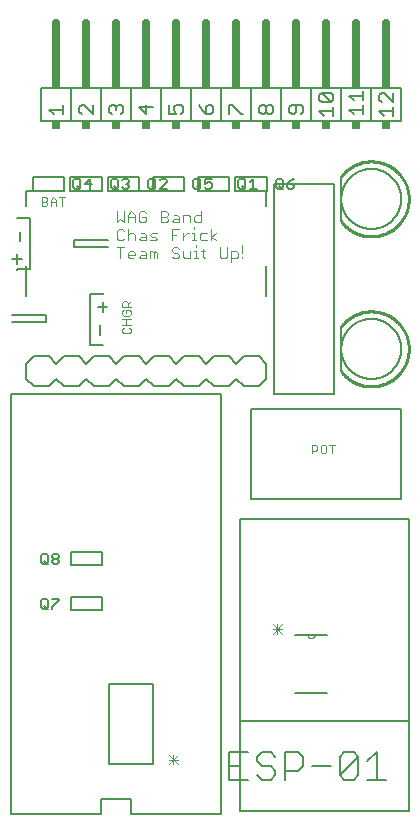
<source format=gto>
G75*
%MOIN*%
%OFA0B0*%
%FSLAX25Y25*%
%IPPOS*%
%LPD*%
%AMOC8*
5,1,8,0,0,1.08239X$1,22.5*
%
%ADD10C,0.00300*%
%ADD11C,0.00500*%
%ADD12C,0.00700*%
%ADD13C,0.00600*%
%ADD14C,0.00800*%
%ADD15C,0.01000*%
%ADD16C,0.02600*%
%ADD17R,0.02600X0.03000*%
%ADD18R,0.02600X0.02600*%
%ADD19C,0.00000*%
D10*
X0099454Y0085463D02*
X0102590Y0088599D01*
X0102590Y0087031D02*
X0099454Y0087031D01*
X0099454Y0088599D02*
X0102590Y0085463D01*
X0101022Y0085463D02*
X0101022Y0088599D01*
X0134090Y0129067D02*
X0137226Y0132203D01*
X0137226Y0130635D02*
X0134090Y0130635D01*
X0134090Y0132203D02*
X0137226Y0129067D01*
X0135658Y0129067D02*
X0135658Y0132203D01*
X0147090Y0189083D02*
X0147090Y0191986D01*
X0148541Y0191986D01*
X0149025Y0191502D01*
X0149025Y0190534D01*
X0148541Y0190051D01*
X0147090Y0190051D01*
X0150036Y0189567D02*
X0150036Y0191502D01*
X0150520Y0191986D01*
X0151487Y0191986D01*
X0151971Y0191502D01*
X0151971Y0189567D01*
X0151487Y0189083D01*
X0150520Y0189083D01*
X0150036Y0189567D01*
X0152983Y0191986D02*
X0154918Y0191986D01*
X0153950Y0191986D02*
X0153950Y0189083D01*
X0123832Y0254083D02*
X0123832Y0254700D01*
X0122618Y0254700D02*
X0122000Y0254083D01*
X0120149Y0254083D01*
X0120149Y0252849D02*
X0120149Y0256552D01*
X0122000Y0256552D01*
X0122618Y0255935D01*
X0122618Y0254700D01*
X0123832Y0255935D02*
X0123832Y0258403D01*
X0118934Y0257786D02*
X0118934Y0254700D01*
X0118317Y0254083D01*
X0117083Y0254083D01*
X0116466Y0254700D01*
X0116466Y0257786D01*
X0115248Y0260083D02*
X0113396Y0261317D01*
X0115248Y0262552D01*
X0113396Y0263786D02*
X0113396Y0260083D01*
X0112182Y0260083D02*
X0110330Y0260083D01*
X0109713Y0260700D01*
X0109713Y0261935D01*
X0110330Y0262552D01*
X0112182Y0262552D01*
X0110340Y0266083D02*
X0108489Y0266083D01*
X0107872Y0266700D01*
X0107872Y0267935D01*
X0108489Y0268552D01*
X0110340Y0268552D01*
X0110340Y0269786D02*
X0110340Y0266083D01*
X0107875Y0264403D02*
X0107875Y0263786D01*
X0107875Y0262552D02*
X0107875Y0260083D01*
X0107258Y0260083D02*
X0108492Y0260083D01*
X0108489Y0258403D02*
X0108489Y0257786D01*
X0108489Y0256552D02*
X0107872Y0256552D01*
X0108489Y0256552D02*
X0108489Y0254083D01*
X0107872Y0254083D02*
X0109106Y0254083D01*
X0110944Y0254700D02*
X0111561Y0254083D01*
X0110944Y0254700D02*
X0110944Y0257169D01*
X0110327Y0256552D02*
X0111561Y0256552D01*
X0106657Y0256552D02*
X0106657Y0254083D01*
X0104806Y0254083D01*
X0104189Y0254700D01*
X0104189Y0256552D01*
X0102974Y0257169D02*
X0102357Y0257786D01*
X0101123Y0257786D01*
X0100505Y0257169D01*
X0100505Y0256552D01*
X0101123Y0255935D01*
X0102357Y0255935D01*
X0102974Y0255317D01*
X0102974Y0254700D01*
X0102357Y0254083D01*
X0101123Y0254083D01*
X0100505Y0254700D01*
X0100505Y0260083D02*
X0100505Y0263786D01*
X0102974Y0263786D01*
X0104189Y0262552D02*
X0104189Y0260083D01*
X0104189Y0261317D02*
X0105423Y0262552D01*
X0106040Y0262552D01*
X0107258Y0262552D02*
X0107875Y0262552D01*
X0106657Y0266083D02*
X0106657Y0267935D01*
X0106040Y0268552D01*
X0104189Y0268552D01*
X0104189Y0266083D01*
X0102974Y0266083D02*
X0101123Y0266083D01*
X0100505Y0266700D01*
X0101123Y0267317D01*
X0102974Y0267317D01*
X0102974Y0267935D02*
X0102974Y0266083D01*
X0102974Y0267935D02*
X0102357Y0268552D01*
X0101123Y0268552D01*
X0099291Y0268552D02*
X0098674Y0267935D01*
X0096822Y0267935D01*
X0096822Y0269786D02*
X0098674Y0269786D01*
X0099291Y0269169D01*
X0099291Y0268552D01*
X0098674Y0267935D02*
X0099291Y0267317D01*
X0099291Y0266700D01*
X0098674Y0266083D01*
X0096822Y0266083D01*
X0096822Y0269786D01*
X0091925Y0269169D02*
X0091308Y0269786D01*
X0090073Y0269786D01*
X0089456Y0269169D01*
X0089456Y0266700D01*
X0090073Y0266083D01*
X0091308Y0266083D01*
X0091925Y0266700D01*
X0091925Y0267935D01*
X0090690Y0267935D01*
X0088242Y0267935D02*
X0085773Y0267935D01*
X0085773Y0268552D02*
X0087007Y0269786D01*
X0088242Y0268552D01*
X0088242Y0266083D01*
X0085773Y0266083D02*
X0085773Y0268552D01*
X0084558Y0269786D02*
X0084558Y0266083D01*
X0083324Y0267317D01*
X0082090Y0266083D01*
X0082090Y0269786D01*
X0082707Y0263786D02*
X0082090Y0263169D01*
X0082090Y0260700D01*
X0082707Y0260083D01*
X0083941Y0260083D01*
X0084558Y0260700D01*
X0085773Y0260083D02*
X0085773Y0263786D01*
X0084558Y0263169D02*
X0083941Y0263786D01*
X0082707Y0263786D01*
X0083324Y0257786D02*
X0083324Y0254083D01*
X0085773Y0254700D02*
X0085773Y0255935D01*
X0086390Y0256552D01*
X0087624Y0256552D01*
X0088242Y0255935D01*
X0088242Y0255317D01*
X0085773Y0255317D01*
X0085773Y0254700D02*
X0086390Y0254083D01*
X0087624Y0254083D01*
X0089456Y0254700D02*
X0090073Y0255317D01*
X0091925Y0255317D01*
X0091925Y0255935D02*
X0091925Y0254083D01*
X0090073Y0254083D01*
X0089456Y0254700D01*
X0090073Y0256552D02*
X0091308Y0256552D01*
X0091925Y0255935D01*
X0093139Y0256552D02*
X0093139Y0254083D01*
X0094373Y0254083D02*
X0094373Y0255935D01*
X0094991Y0256552D01*
X0095608Y0255935D01*
X0095608Y0254083D01*
X0094373Y0255935D02*
X0093756Y0256552D01*
X0093139Y0256552D01*
X0093139Y0260083D02*
X0094991Y0260083D01*
X0095608Y0260700D01*
X0094991Y0261317D01*
X0093756Y0261317D01*
X0093139Y0261935D01*
X0093756Y0262552D01*
X0095608Y0262552D01*
X0091925Y0261935D02*
X0091925Y0260083D01*
X0090073Y0260083D01*
X0089456Y0260700D01*
X0090073Y0261317D01*
X0091925Y0261317D01*
X0091925Y0261935D02*
X0091308Y0262552D01*
X0090073Y0262552D01*
X0088242Y0261935D02*
X0088242Y0260083D01*
X0088242Y0261935D02*
X0087624Y0262552D01*
X0086390Y0262552D01*
X0085773Y0261935D01*
X0084558Y0257786D02*
X0082090Y0257786D01*
X0084371Y0239858D02*
X0085338Y0239858D01*
X0085822Y0239374D01*
X0085822Y0237923D01*
X0085822Y0238890D02*
X0086790Y0239858D01*
X0086790Y0237923D02*
X0083887Y0237923D01*
X0083887Y0239374D01*
X0084371Y0239858D01*
X0084371Y0236911D02*
X0083887Y0236427D01*
X0083887Y0235460D01*
X0084371Y0234976D01*
X0086306Y0234976D01*
X0086790Y0235460D01*
X0086790Y0236427D01*
X0086306Y0236911D01*
X0085338Y0236911D01*
X0085338Y0235944D01*
X0085338Y0233965D02*
X0085338Y0232030D01*
X0084371Y0231018D02*
X0083887Y0230534D01*
X0083887Y0229567D01*
X0084371Y0229083D01*
X0086306Y0229083D01*
X0086790Y0229567D01*
X0086790Y0230534D01*
X0086306Y0231018D01*
X0086790Y0232030D02*
X0083887Y0232030D01*
X0083887Y0233965D02*
X0086790Y0233965D01*
X0100505Y0261935D02*
X0101740Y0261935D01*
X0064918Y0274486D02*
X0062983Y0274486D01*
X0063950Y0274486D02*
X0063950Y0271583D01*
X0061971Y0271583D02*
X0061971Y0273518D01*
X0061004Y0274486D01*
X0060036Y0273518D01*
X0060036Y0271583D01*
X0059025Y0272067D02*
X0058541Y0271583D01*
X0057090Y0271583D01*
X0057090Y0274486D01*
X0058541Y0274486D01*
X0059025Y0274002D01*
X0059025Y0273518D01*
X0058541Y0273034D01*
X0057090Y0273034D01*
X0058541Y0273034D02*
X0059025Y0272551D01*
X0059025Y0272067D01*
X0060036Y0273034D02*
X0061971Y0273034D01*
D11*
X0056940Y0276433D02*
X0051940Y0276433D01*
X0051940Y0271433D01*
X0053259Y0267594D02*
X0048928Y0267594D01*
X0053259Y0267594D02*
X0053259Y0250665D01*
X0048928Y0250665D01*
X0048928Y0250272D01*
X0047137Y0235114D02*
X0058554Y0235114D01*
X0058554Y0232752D01*
X0047137Y0232752D01*
X0067825Y0257752D02*
X0079243Y0257752D01*
X0079243Y0260114D02*
X0067825Y0260114D01*
X0067825Y0257752D01*
X0073121Y0242201D02*
X0077451Y0242201D01*
X0077451Y0242594D01*
X0073121Y0242201D02*
X0073121Y0225272D01*
X0077451Y0225272D01*
X0080773Y0277183D02*
X0080190Y0277767D01*
X0080190Y0280102D01*
X0080773Y0280686D01*
X0081941Y0280686D01*
X0082525Y0280102D01*
X0082525Y0277767D01*
X0081941Y0277183D01*
X0080773Y0277183D01*
X0081357Y0278351D02*
X0082525Y0277183D01*
X0083873Y0277767D02*
X0084457Y0277183D01*
X0085624Y0277183D01*
X0086208Y0277767D01*
X0086208Y0278351D01*
X0085624Y0278935D01*
X0085040Y0278935D01*
X0085624Y0278935D02*
X0086208Y0279518D01*
X0086208Y0280102D01*
X0085624Y0280686D01*
X0084457Y0280686D01*
X0083873Y0280102D01*
X0086940Y0276433D02*
X0096940Y0276433D01*
X0096373Y0277183D02*
X0098708Y0279518D01*
X0098708Y0280102D01*
X0098124Y0280686D01*
X0096957Y0280686D01*
X0096373Y0280102D01*
X0095025Y0280102D02*
X0095025Y0277767D01*
X0094441Y0277183D01*
X0093273Y0277183D01*
X0092690Y0277767D01*
X0092690Y0280102D01*
X0093273Y0280686D01*
X0094441Y0280686D01*
X0095025Y0280102D01*
X0093857Y0278351D02*
X0095025Y0277183D01*
X0096373Y0277183D02*
X0098708Y0277183D01*
X0107690Y0277767D02*
X0108273Y0277183D01*
X0109441Y0277183D01*
X0110025Y0277767D01*
X0110025Y0280102D01*
X0109441Y0280686D01*
X0108273Y0280686D01*
X0107690Y0280102D01*
X0107690Y0277767D01*
X0108857Y0278351D02*
X0110025Y0277183D01*
X0111373Y0277767D02*
X0111957Y0277183D01*
X0113124Y0277183D01*
X0113708Y0277767D01*
X0113708Y0278935D01*
X0113124Y0279518D01*
X0112540Y0279518D01*
X0111373Y0278935D01*
X0111373Y0280686D01*
X0113708Y0280686D01*
X0122690Y0280102D02*
X0122690Y0277767D01*
X0123273Y0277183D01*
X0124441Y0277183D01*
X0125025Y0277767D01*
X0125025Y0280102D01*
X0124441Y0280686D01*
X0123273Y0280686D01*
X0122690Y0280102D01*
X0123857Y0278351D02*
X0125025Y0277183D01*
X0126373Y0277183D02*
X0128708Y0277183D01*
X0127540Y0277183D02*
X0127540Y0280686D01*
X0126373Y0279518D01*
X0134440Y0278933D02*
X0134440Y0208933D01*
X0154440Y0208933D01*
X0154440Y0278933D01*
X0134440Y0278933D01*
X0135190Y0277767D02*
X0135190Y0280102D01*
X0135773Y0280686D01*
X0136941Y0280686D01*
X0137525Y0280102D01*
X0137525Y0277767D01*
X0136941Y0277183D01*
X0135773Y0277183D01*
X0135190Y0277767D01*
X0136357Y0278351D02*
X0137525Y0277183D01*
X0138873Y0277767D02*
X0138873Y0278935D01*
X0140624Y0278935D01*
X0141208Y0278351D01*
X0141208Y0277767D01*
X0140624Y0277183D01*
X0139457Y0277183D01*
X0138873Y0277767D01*
X0138873Y0278935D02*
X0140040Y0280102D01*
X0141208Y0280686D01*
X0141187Y0302183D02*
X0140436Y0302183D01*
X0139686Y0302934D01*
X0139686Y0304435D01*
X0140436Y0305186D01*
X0143439Y0305186D01*
X0144190Y0304435D01*
X0144190Y0302934D01*
X0143439Y0302183D01*
X0141938Y0302934D02*
X0141938Y0305186D01*
X0141938Y0302934D02*
X0141187Y0302183D01*
X0134190Y0302934D02*
X0133439Y0302183D01*
X0132688Y0302183D01*
X0131938Y0302934D01*
X0131938Y0304435D01*
X0132688Y0305186D01*
X0133439Y0305186D01*
X0134190Y0304435D01*
X0134190Y0302934D01*
X0131938Y0302934D02*
X0131187Y0302183D01*
X0130436Y0302183D01*
X0129686Y0302934D01*
X0129686Y0304435D01*
X0130436Y0305186D01*
X0131187Y0305186D01*
X0131938Y0304435D01*
X0124190Y0302183D02*
X0123439Y0302183D01*
X0120436Y0305186D01*
X0119686Y0305186D01*
X0119686Y0302183D01*
X0114190Y0302934D02*
X0114190Y0304435D01*
X0113439Y0305186D01*
X0112688Y0305186D01*
X0111938Y0304435D01*
X0111938Y0302183D01*
X0113439Y0302183D01*
X0114190Y0302934D01*
X0111938Y0302183D02*
X0110436Y0303684D01*
X0109686Y0305186D01*
X0104190Y0304435D02*
X0104190Y0302934D01*
X0103439Y0302183D01*
X0101938Y0302183D02*
X0101187Y0303684D01*
X0101187Y0304435D01*
X0101938Y0305186D01*
X0103439Y0305186D01*
X0104190Y0304435D01*
X0101938Y0302183D02*
X0099686Y0302183D01*
X0099686Y0305186D01*
X0094190Y0304435D02*
X0089686Y0304435D01*
X0091938Y0302183D01*
X0091938Y0305186D01*
X0084190Y0304435D02*
X0084190Y0302934D01*
X0083439Y0302183D01*
X0081938Y0303684D02*
X0081938Y0304435D01*
X0082688Y0305186D01*
X0083439Y0305186D01*
X0084190Y0304435D01*
X0081938Y0304435D02*
X0081187Y0305186D01*
X0080436Y0305186D01*
X0079686Y0304435D01*
X0079686Y0302934D01*
X0080436Y0302183D01*
X0074190Y0302183D02*
X0071187Y0305186D01*
X0070436Y0305186D01*
X0069686Y0304435D01*
X0069686Y0302934D01*
X0070436Y0302183D01*
X0074190Y0302183D02*
X0074190Y0305186D01*
X0064190Y0305186D02*
X0064190Y0302183D01*
X0064190Y0303684D02*
X0059686Y0303684D01*
X0061187Y0302183D01*
X0068273Y0280686D02*
X0067690Y0280102D01*
X0067690Y0277767D01*
X0068273Y0277183D01*
X0069441Y0277183D01*
X0070025Y0277767D01*
X0070025Y0280102D01*
X0069441Y0280686D01*
X0068273Y0280686D01*
X0068857Y0278351D02*
X0070025Y0277183D01*
X0071373Y0278935D02*
X0073708Y0278935D01*
X0073124Y0280686D02*
X0071373Y0278935D01*
X0073124Y0277183D02*
X0073124Y0280686D01*
X0126940Y0203933D02*
X0176940Y0203933D01*
X0176940Y0173933D01*
X0126940Y0173933D01*
X0126940Y0203933D01*
X0123249Y0167378D02*
X0123249Y0099878D01*
X0179499Y0099878D01*
X0179499Y0167378D01*
X0123249Y0167378D01*
X0123249Y0099878D02*
X0123249Y0069878D01*
X0179499Y0069878D01*
X0179499Y0099878D01*
X0062842Y0140102D02*
X0060507Y0137767D01*
X0060507Y0137183D01*
X0059159Y0137183D02*
X0057991Y0138351D01*
X0057407Y0137183D02*
X0056823Y0137767D01*
X0056823Y0140102D01*
X0057407Y0140686D01*
X0058575Y0140686D01*
X0059159Y0140102D01*
X0059159Y0137767D01*
X0058575Y0137183D01*
X0057407Y0137183D01*
X0060507Y0140686D02*
X0062842Y0140686D01*
X0062842Y0140102D01*
X0062258Y0152183D02*
X0061090Y0152183D01*
X0060507Y0152767D01*
X0060507Y0153351D01*
X0061090Y0153935D01*
X0062258Y0153935D01*
X0062842Y0153351D01*
X0062842Y0152767D01*
X0062258Y0152183D01*
X0062258Y0153935D02*
X0062842Y0154518D01*
X0062842Y0155102D01*
X0062258Y0155686D01*
X0061090Y0155686D01*
X0060507Y0155102D01*
X0060507Y0154518D01*
X0061090Y0153935D01*
X0059159Y0155102D02*
X0059159Y0152767D01*
X0058575Y0152183D01*
X0057407Y0152183D01*
X0056823Y0152767D01*
X0056823Y0155102D01*
X0057407Y0155686D01*
X0058575Y0155686D01*
X0059159Y0155102D01*
X0057991Y0153351D02*
X0059159Y0152183D01*
X0151187Y0301683D02*
X0149686Y0303184D01*
X0154190Y0303184D01*
X0154190Y0301683D02*
X0154190Y0304686D01*
X0153439Y0306287D02*
X0150436Y0309290D01*
X0153439Y0309290D01*
X0154190Y0308539D01*
X0154190Y0307038D01*
X0153439Y0306287D01*
X0150436Y0306287D01*
X0149686Y0307038D01*
X0149686Y0308539D01*
X0150436Y0309290D01*
X0159686Y0308288D02*
X0164190Y0308288D01*
X0164190Y0306787D02*
X0164190Y0309790D01*
X0161187Y0306787D02*
X0159686Y0308288D01*
X0159686Y0303684D02*
X0164190Y0303684D01*
X0164190Y0302183D02*
X0164190Y0305186D01*
X0161187Y0302183D02*
X0159686Y0303684D01*
X0169686Y0303184D02*
X0174190Y0303184D01*
X0174190Y0301683D02*
X0174190Y0304686D01*
X0174190Y0306287D02*
X0171187Y0309290D01*
X0170436Y0309290D01*
X0169686Y0308539D01*
X0169686Y0307038D01*
X0170436Y0306287D01*
X0169686Y0303184D02*
X0171187Y0301683D01*
X0174190Y0306287D02*
X0174190Y0309290D01*
D12*
X0079024Y0237831D02*
X0075755Y0237831D01*
X0077390Y0236196D02*
X0077390Y0239466D01*
X0076602Y0231927D02*
X0076602Y0228657D01*
X0050620Y0253848D02*
X0047351Y0253848D01*
X0048986Y0252213D02*
X0048986Y0255483D01*
X0049773Y0259753D02*
X0049773Y0263022D01*
D13*
X0051940Y0251433D02*
X0051940Y0241433D01*
X0054440Y0221433D02*
X0059440Y0221433D01*
X0061940Y0218933D01*
X0064440Y0221433D01*
X0069440Y0221433D01*
X0071940Y0218933D01*
X0074440Y0221433D01*
X0079440Y0221433D01*
X0081940Y0218933D01*
X0084440Y0221433D01*
X0089440Y0221433D01*
X0091940Y0218933D01*
X0094440Y0221433D01*
X0099440Y0221433D01*
X0101940Y0218933D01*
X0104440Y0221433D01*
X0109440Y0221433D01*
X0111940Y0218933D01*
X0114440Y0221433D01*
X0119440Y0221433D01*
X0121940Y0218933D01*
X0124440Y0221433D01*
X0129440Y0221433D01*
X0131940Y0218933D01*
X0131940Y0213933D01*
X0129440Y0211433D01*
X0124440Y0211433D01*
X0121940Y0213933D01*
X0119440Y0211433D01*
X0114440Y0211433D01*
X0111940Y0213933D01*
X0109440Y0211433D01*
X0104440Y0211433D01*
X0101940Y0213933D01*
X0099440Y0211433D01*
X0094440Y0211433D01*
X0091940Y0213933D01*
X0089440Y0211433D01*
X0084440Y0211433D01*
X0081940Y0213933D01*
X0079440Y0211433D01*
X0074440Y0211433D01*
X0071940Y0213933D01*
X0069440Y0211433D01*
X0064440Y0211433D01*
X0061940Y0213933D01*
X0059440Y0211433D01*
X0054440Y0211433D01*
X0051940Y0213933D01*
X0051940Y0218933D01*
X0054440Y0221433D01*
X0056940Y0299933D02*
X0056940Y0310933D01*
X0066940Y0310933D01*
X0076940Y0310933D01*
X0076940Y0299933D01*
X0066940Y0299933D01*
X0056940Y0299933D01*
X0066940Y0299933D02*
X0066940Y0310933D01*
X0076940Y0310933D02*
X0086940Y0310933D01*
X0096940Y0310933D01*
X0106940Y0310933D01*
X0106940Y0299933D01*
X0096940Y0299933D01*
X0086940Y0299933D01*
X0076940Y0299933D01*
X0086940Y0299933D02*
X0086940Y0310933D01*
X0096940Y0310933D02*
X0096940Y0299933D01*
X0106940Y0299933D02*
X0116940Y0299933D01*
X0126940Y0299933D01*
X0126940Y0310933D01*
X0116940Y0310933D01*
X0106940Y0310933D01*
X0116940Y0310933D02*
X0116940Y0299933D01*
X0126940Y0299933D02*
X0136940Y0299933D01*
X0136940Y0310933D01*
X0126940Y0310933D01*
X0136940Y0310933D02*
X0146940Y0310933D01*
X0156940Y0310933D01*
X0166940Y0310933D01*
X0176940Y0310933D01*
X0176940Y0299933D01*
X0166940Y0299933D01*
X0156940Y0299933D01*
X0146940Y0299933D01*
X0136940Y0299933D01*
X0146940Y0299933D02*
X0146940Y0310933D01*
X0156940Y0310933D02*
X0156940Y0299933D01*
X0166940Y0299933D02*
X0166940Y0310933D01*
X0156940Y0273933D02*
X0156943Y0274178D01*
X0156952Y0274424D01*
X0156967Y0274669D01*
X0156988Y0274913D01*
X0157015Y0275157D01*
X0157048Y0275400D01*
X0157087Y0275643D01*
X0157132Y0275884D01*
X0157183Y0276124D01*
X0157240Y0276363D01*
X0157302Y0276600D01*
X0157371Y0276836D01*
X0157445Y0277070D01*
X0157525Y0277302D01*
X0157610Y0277532D01*
X0157701Y0277760D01*
X0157798Y0277985D01*
X0157900Y0278209D01*
X0158008Y0278429D01*
X0158121Y0278647D01*
X0158239Y0278862D01*
X0158363Y0279074D01*
X0158491Y0279283D01*
X0158625Y0279489D01*
X0158764Y0279691D01*
X0158908Y0279890D01*
X0159057Y0280085D01*
X0159210Y0280277D01*
X0159368Y0280465D01*
X0159530Y0280649D01*
X0159698Y0280828D01*
X0159869Y0281004D01*
X0160045Y0281175D01*
X0160224Y0281343D01*
X0160408Y0281505D01*
X0160596Y0281663D01*
X0160788Y0281816D01*
X0160983Y0281965D01*
X0161182Y0282109D01*
X0161384Y0282248D01*
X0161590Y0282382D01*
X0161799Y0282510D01*
X0162011Y0282634D01*
X0162226Y0282752D01*
X0162444Y0282865D01*
X0162664Y0282973D01*
X0162888Y0283075D01*
X0163113Y0283172D01*
X0163341Y0283263D01*
X0163571Y0283348D01*
X0163803Y0283428D01*
X0164037Y0283502D01*
X0164273Y0283571D01*
X0164510Y0283633D01*
X0164749Y0283690D01*
X0164989Y0283741D01*
X0165230Y0283786D01*
X0165473Y0283825D01*
X0165716Y0283858D01*
X0165960Y0283885D01*
X0166204Y0283906D01*
X0166449Y0283921D01*
X0166695Y0283930D01*
X0166940Y0283933D01*
X0167185Y0283930D01*
X0167431Y0283921D01*
X0167676Y0283906D01*
X0167920Y0283885D01*
X0168164Y0283858D01*
X0168407Y0283825D01*
X0168650Y0283786D01*
X0168891Y0283741D01*
X0169131Y0283690D01*
X0169370Y0283633D01*
X0169607Y0283571D01*
X0169843Y0283502D01*
X0170077Y0283428D01*
X0170309Y0283348D01*
X0170539Y0283263D01*
X0170767Y0283172D01*
X0170992Y0283075D01*
X0171216Y0282973D01*
X0171436Y0282865D01*
X0171654Y0282752D01*
X0171869Y0282634D01*
X0172081Y0282510D01*
X0172290Y0282382D01*
X0172496Y0282248D01*
X0172698Y0282109D01*
X0172897Y0281965D01*
X0173092Y0281816D01*
X0173284Y0281663D01*
X0173472Y0281505D01*
X0173656Y0281343D01*
X0173835Y0281175D01*
X0174011Y0281004D01*
X0174182Y0280828D01*
X0174350Y0280649D01*
X0174512Y0280465D01*
X0174670Y0280277D01*
X0174823Y0280085D01*
X0174972Y0279890D01*
X0175116Y0279691D01*
X0175255Y0279489D01*
X0175389Y0279283D01*
X0175517Y0279074D01*
X0175641Y0278862D01*
X0175759Y0278647D01*
X0175872Y0278429D01*
X0175980Y0278209D01*
X0176082Y0277985D01*
X0176179Y0277760D01*
X0176270Y0277532D01*
X0176355Y0277302D01*
X0176435Y0277070D01*
X0176509Y0276836D01*
X0176578Y0276600D01*
X0176640Y0276363D01*
X0176697Y0276124D01*
X0176748Y0275884D01*
X0176793Y0275643D01*
X0176832Y0275400D01*
X0176865Y0275157D01*
X0176892Y0274913D01*
X0176913Y0274669D01*
X0176928Y0274424D01*
X0176937Y0274178D01*
X0176940Y0273933D01*
X0176937Y0273688D01*
X0176928Y0273442D01*
X0176913Y0273197D01*
X0176892Y0272953D01*
X0176865Y0272709D01*
X0176832Y0272466D01*
X0176793Y0272223D01*
X0176748Y0271982D01*
X0176697Y0271742D01*
X0176640Y0271503D01*
X0176578Y0271266D01*
X0176509Y0271030D01*
X0176435Y0270796D01*
X0176355Y0270564D01*
X0176270Y0270334D01*
X0176179Y0270106D01*
X0176082Y0269881D01*
X0175980Y0269657D01*
X0175872Y0269437D01*
X0175759Y0269219D01*
X0175641Y0269004D01*
X0175517Y0268792D01*
X0175389Y0268583D01*
X0175255Y0268377D01*
X0175116Y0268175D01*
X0174972Y0267976D01*
X0174823Y0267781D01*
X0174670Y0267589D01*
X0174512Y0267401D01*
X0174350Y0267217D01*
X0174182Y0267038D01*
X0174011Y0266862D01*
X0173835Y0266691D01*
X0173656Y0266523D01*
X0173472Y0266361D01*
X0173284Y0266203D01*
X0173092Y0266050D01*
X0172897Y0265901D01*
X0172698Y0265757D01*
X0172496Y0265618D01*
X0172290Y0265484D01*
X0172081Y0265356D01*
X0171869Y0265232D01*
X0171654Y0265114D01*
X0171436Y0265001D01*
X0171216Y0264893D01*
X0170992Y0264791D01*
X0170767Y0264694D01*
X0170539Y0264603D01*
X0170309Y0264518D01*
X0170077Y0264438D01*
X0169843Y0264364D01*
X0169607Y0264295D01*
X0169370Y0264233D01*
X0169131Y0264176D01*
X0168891Y0264125D01*
X0168650Y0264080D01*
X0168407Y0264041D01*
X0168164Y0264008D01*
X0167920Y0263981D01*
X0167676Y0263960D01*
X0167431Y0263945D01*
X0167185Y0263936D01*
X0166940Y0263933D01*
X0166695Y0263936D01*
X0166449Y0263945D01*
X0166204Y0263960D01*
X0165960Y0263981D01*
X0165716Y0264008D01*
X0165473Y0264041D01*
X0165230Y0264080D01*
X0164989Y0264125D01*
X0164749Y0264176D01*
X0164510Y0264233D01*
X0164273Y0264295D01*
X0164037Y0264364D01*
X0163803Y0264438D01*
X0163571Y0264518D01*
X0163341Y0264603D01*
X0163113Y0264694D01*
X0162888Y0264791D01*
X0162664Y0264893D01*
X0162444Y0265001D01*
X0162226Y0265114D01*
X0162011Y0265232D01*
X0161799Y0265356D01*
X0161590Y0265484D01*
X0161384Y0265618D01*
X0161182Y0265757D01*
X0160983Y0265901D01*
X0160788Y0266050D01*
X0160596Y0266203D01*
X0160408Y0266361D01*
X0160224Y0266523D01*
X0160045Y0266691D01*
X0159869Y0266862D01*
X0159698Y0267038D01*
X0159530Y0267217D01*
X0159368Y0267401D01*
X0159210Y0267589D01*
X0159057Y0267781D01*
X0158908Y0267976D01*
X0158764Y0268175D01*
X0158625Y0268377D01*
X0158491Y0268583D01*
X0158363Y0268792D01*
X0158239Y0269004D01*
X0158121Y0269219D01*
X0158008Y0269437D01*
X0157900Y0269657D01*
X0157798Y0269881D01*
X0157701Y0270106D01*
X0157610Y0270334D01*
X0157525Y0270564D01*
X0157445Y0270796D01*
X0157371Y0271030D01*
X0157302Y0271266D01*
X0157240Y0271503D01*
X0157183Y0271742D01*
X0157132Y0271982D01*
X0157087Y0272223D01*
X0157048Y0272466D01*
X0157015Y0272709D01*
X0156988Y0272953D01*
X0156967Y0273197D01*
X0156952Y0273442D01*
X0156943Y0273688D01*
X0156940Y0273933D01*
X0131940Y0271433D02*
X0131940Y0276433D01*
X0126940Y0276433D01*
X0131940Y0251433D02*
X0131940Y0241433D01*
X0156940Y0223933D02*
X0156943Y0224178D01*
X0156952Y0224424D01*
X0156967Y0224669D01*
X0156988Y0224913D01*
X0157015Y0225157D01*
X0157048Y0225400D01*
X0157087Y0225643D01*
X0157132Y0225884D01*
X0157183Y0226124D01*
X0157240Y0226363D01*
X0157302Y0226600D01*
X0157371Y0226836D01*
X0157445Y0227070D01*
X0157525Y0227302D01*
X0157610Y0227532D01*
X0157701Y0227760D01*
X0157798Y0227985D01*
X0157900Y0228209D01*
X0158008Y0228429D01*
X0158121Y0228647D01*
X0158239Y0228862D01*
X0158363Y0229074D01*
X0158491Y0229283D01*
X0158625Y0229489D01*
X0158764Y0229691D01*
X0158908Y0229890D01*
X0159057Y0230085D01*
X0159210Y0230277D01*
X0159368Y0230465D01*
X0159530Y0230649D01*
X0159698Y0230828D01*
X0159869Y0231004D01*
X0160045Y0231175D01*
X0160224Y0231343D01*
X0160408Y0231505D01*
X0160596Y0231663D01*
X0160788Y0231816D01*
X0160983Y0231965D01*
X0161182Y0232109D01*
X0161384Y0232248D01*
X0161590Y0232382D01*
X0161799Y0232510D01*
X0162011Y0232634D01*
X0162226Y0232752D01*
X0162444Y0232865D01*
X0162664Y0232973D01*
X0162888Y0233075D01*
X0163113Y0233172D01*
X0163341Y0233263D01*
X0163571Y0233348D01*
X0163803Y0233428D01*
X0164037Y0233502D01*
X0164273Y0233571D01*
X0164510Y0233633D01*
X0164749Y0233690D01*
X0164989Y0233741D01*
X0165230Y0233786D01*
X0165473Y0233825D01*
X0165716Y0233858D01*
X0165960Y0233885D01*
X0166204Y0233906D01*
X0166449Y0233921D01*
X0166695Y0233930D01*
X0166940Y0233933D01*
X0167185Y0233930D01*
X0167431Y0233921D01*
X0167676Y0233906D01*
X0167920Y0233885D01*
X0168164Y0233858D01*
X0168407Y0233825D01*
X0168650Y0233786D01*
X0168891Y0233741D01*
X0169131Y0233690D01*
X0169370Y0233633D01*
X0169607Y0233571D01*
X0169843Y0233502D01*
X0170077Y0233428D01*
X0170309Y0233348D01*
X0170539Y0233263D01*
X0170767Y0233172D01*
X0170992Y0233075D01*
X0171216Y0232973D01*
X0171436Y0232865D01*
X0171654Y0232752D01*
X0171869Y0232634D01*
X0172081Y0232510D01*
X0172290Y0232382D01*
X0172496Y0232248D01*
X0172698Y0232109D01*
X0172897Y0231965D01*
X0173092Y0231816D01*
X0173284Y0231663D01*
X0173472Y0231505D01*
X0173656Y0231343D01*
X0173835Y0231175D01*
X0174011Y0231004D01*
X0174182Y0230828D01*
X0174350Y0230649D01*
X0174512Y0230465D01*
X0174670Y0230277D01*
X0174823Y0230085D01*
X0174972Y0229890D01*
X0175116Y0229691D01*
X0175255Y0229489D01*
X0175389Y0229283D01*
X0175517Y0229074D01*
X0175641Y0228862D01*
X0175759Y0228647D01*
X0175872Y0228429D01*
X0175980Y0228209D01*
X0176082Y0227985D01*
X0176179Y0227760D01*
X0176270Y0227532D01*
X0176355Y0227302D01*
X0176435Y0227070D01*
X0176509Y0226836D01*
X0176578Y0226600D01*
X0176640Y0226363D01*
X0176697Y0226124D01*
X0176748Y0225884D01*
X0176793Y0225643D01*
X0176832Y0225400D01*
X0176865Y0225157D01*
X0176892Y0224913D01*
X0176913Y0224669D01*
X0176928Y0224424D01*
X0176937Y0224178D01*
X0176940Y0223933D01*
X0176937Y0223688D01*
X0176928Y0223442D01*
X0176913Y0223197D01*
X0176892Y0222953D01*
X0176865Y0222709D01*
X0176832Y0222466D01*
X0176793Y0222223D01*
X0176748Y0221982D01*
X0176697Y0221742D01*
X0176640Y0221503D01*
X0176578Y0221266D01*
X0176509Y0221030D01*
X0176435Y0220796D01*
X0176355Y0220564D01*
X0176270Y0220334D01*
X0176179Y0220106D01*
X0176082Y0219881D01*
X0175980Y0219657D01*
X0175872Y0219437D01*
X0175759Y0219219D01*
X0175641Y0219004D01*
X0175517Y0218792D01*
X0175389Y0218583D01*
X0175255Y0218377D01*
X0175116Y0218175D01*
X0174972Y0217976D01*
X0174823Y0217781D01*
X0174670Y0217589D01*
X0174512Y0217401D01*
X0174350Y0217217D01*
X0174182Y0217038D01*
X0174011Y0216862D01*
X0173835Y0216691D01*
X0173656Y0216523D01*
X0173472Y0216361D01*
X0173284Y0216203D01*
X0173092Y0216050D01*
X0172897Y0215901D01*
X0172698Y0215757D01*
X0172496Y0215618D01*
X0172290Y0215484D01*
X0172081Y0215356D01*
X0171869Y0215232D01*
X0171654Y0215114D01*
X0171436Y0215001D01*
X0171216Y0214893D01*
X0170992Y0214791D01*
X0170767Y0214694D01*
X0170539Y0214603D01*
X0170309Y0214518D01*
X0170077Y0214438D01*
X0169843Y0214364D01*
X0169607Y0214295D01*
X0169370Y0214233D01*
X0169131Y0214176D01*
X0168891Y0214125D01*
X0168650Y0214080D01*
X0168407Y0214041D01*
X0168164Y0214008D01*
X0167920Y0213981D01*
X0167676Y0213960D01*
X0167431Y0213945D01*
X0167185Y0213936D01*
X0166940Y0213933D01*
X0166695Y0213936D01*
X0166449Y0213945D01*
X0166204Y0213960D01*
X0165960Y0213981D01*
X0165716Y0214008D01*
X0165473Y0214041D01*
X0165230Y0214080D01*
X0164989Y0214125D01*
X0164749Y0214176D01*
X0164510Y0214233D01*
X0164273Y0214295D01*
X0164037Y0214364D01*
X0163803Y0214438D01*
X0163571Y0214518D01*
X0163341Y0214603D01*
X0163113Y0214694D01*
X0162888Y0214791D01*
X0162664Y0214893D01*
X0162444Y0215001D01*
X0162226Y0215114D01*
X0162011Y0215232D01*
X0161799Y0215356D01*
X0161590Y0215484D01*
X0161384Y0215618D01*
X0161182Y0215757D01*
X0160983Y0215901D01*
X0160788Y0216050D01*
X0160596Y0216203D01*
X0160408Y0216361D01*
X0160224Y0216523D01*
X0160045Y0216691D01*
X0159869Y0216862D01*
X0159698Y0217038D01*
X0159530Y0217217D01*
X0159368Y0217401D01*
X0159210Y0217589D01*
X0159057Y0217781D01*
X0158908Y0217976D01*
X0158764Y0218175D01*
X0158625Y0218377D01*
X0158491Y0218583D01*
X0158363Y0218792D01*
X0158239Y0219004D01*
X0158121Y0219219D01*
X0158008Y0219437D01*
X0157900Y0219657D01*
X0157798Y0219881D01*
X0157701Y0220106D01*
X0157610Y0220334D01*
X0157525Y0220564D01*
X0157445Y0220796D01*
X0157371Y0221030D01*
X0157302Y0221266D01*
X0157240Y0221503D01*
X0157183Y0221742D01*
X0157132Y0221982D01*
X0157087Y0222223D01*
X0157048Y0222466D01*
X0157015Y0222709D01*
X0156988Y0222953D01*
X0156967Y0223197D01*
X0156952Y0223442D01*
X0156943Y0223688D01*
X0156940Y0223933D01*
X0152340Y0128733D02*
X0148140Y0128733D01*
X0145740Y0128733D01*
X0141540Y0128733D01*
X0141540Y0109133D02*
X0152340Y0109133D01*
X0094240Y0112133D02*
X0094240Y0085733D01*
X0079640Y0085733D01*
X0079640Y0112133D01*
X0094240Y0112133D01*
D14*
X0046940Y0068933D02*
X0046940Y0208933D01*
X0116940Y0208933D01*
X0116940Y0068933D01*
X0086940Y0068933D01*
X0086940Y0073933D01*
X0076940Y0073933D01*
X0076940Y0068933D01*
X0046940Y0068933D01*
X0066802Y0136736D02*
X0066802Y0141236D01*
X0077302Y0141236D01*
X0077302Y0136736D01*
X0066802Y0136736D01*
X0066802Y0151736D02*
X0066802Y0156236D01*
X0077302Y0156236D01*
X0077302Y0151736D01*
X0066802Y0151736D01*
X0119652Y0089486D02*
X0119652Y0080278D01*
X0125790Y0080278D01*
X0128859Y0081813D02*
X0130394Y0080278D01*
X0133463Y0080278D01*
X0134998Y0081813D01*
X0134998Y0083347D01*
X0133463Y0084882D01*
X0130394Y0084882D01*
X0128859Y0086417D01*
X0128859Y0087951D01*
X0130394Y0089486D01*
X0133463Y0089486D01*
X0134998Y0087951D01*
X0138067Y0089486D02*
X0142671Y0089486D01*
X0144206Y0087951D01*
X0144206Y0084882D01*
X0142671Y0083347D01*
X0138067Y0083347D01*
X0138067Y0080278D02*
X0138067Y0089486D01*
X0147275Y0084882D02*
X0153414Y0084882D01*
X0156483Y0081813D02*
X0156483Y0087951D01*
X0158018Y0089486D01*
X0161087Y0089486D01*
X0162622Y0087951D01*
X0156483Y0081813D01*
X0158018Y0080278D01*
X0161087Y0080278D01*
X0162622Y0081813D01*
X0162622Y0087951D01*
X0165691Y0086417D02*
X0168760Y0089486D01*
X0168760Y0080278D01*
X0165691Y0080278D02*
X0171829Y0080278D01*
X0125790Y0089486D02*
X0119652Y0089486D01*
X0119652Y0084882D02*
X0122721Y0084882D01*
X0156940Y0216433D02*
X0156940Y0231433D01*
X0156940Y0266433D02*
X0156940Y0281433D01*
X0132077Y0281130D02*
X0132077Y0276630D01*
X0121577Y0276630D01*
X0121577Y0281130D01*
X0132077Y0281130D01*
X0119577Y0281130D02*
X0119577Y0276630D01*
X0109077Y0276630D01*
X0109077Y0281130D01*
X0119577Y0281130D01*
X0104577Y0281130D02*
X0104577Y0276630D01*
X0094077Y0276630D01*
X0094077Y0281130D01*
X0104577Y0281130D01*
X0089577Y0281130D02*
X0089577Y0276630D01*
X0079077Y0276630D01*
X0079077Y0281130D01*
X0089577Y0281130D01*
X0077077Y0281130D02*
X0077077Y0276630D01*
X0066577Y0276630D01*
X0066577Y0281130D01*
X0077077Y0281130D01*
X0064577Y0281130D02*
X0064577Y0276630D01*
X0054077Y0276630D01*
X0054077Y0281130D01*
X0064577Y0281130D01*
D15*
X0156940Y0281433D02*
X0157127Y0281676D01*
X0157319Y0281914D01*
X0157518Y0282147D01*
X0157722Y0282375D01*
X0157931Y0282598D01*
X0158146Y0282816D01*
X0158366Y0283029D01*
X0158591Y0283236D01*
X0158822Y0283438D01*
X0159057Y0283634D01*
X0159297Y0283824D01*
X0159541Y0284008D01*
X0159790Y0284186D01*
X0160044Y0284358D01*
X0160301Y0284524D01*
X0160562Y0284684D01*
X0160827Y0284837D01*
X0161096Y0284983D01*
X0161369Y0285123D01*
X0161644Y0285256D01*
X0161923Y0285382D01*
X0162205Y0285502D01*
X0162490Y0285614D01*
X0162777Y0285719D01*
X0163067Y0285818D01*
X0163359Y0285909D01*
X0163654Y0285993D01*
X0163950Y0286070D01*
X0164248Y0286140D01*
X0164548Y0286202D01*
X0164849Y0286257D01*
X0165151Y0286304D01*
X0165455Y0286344D01*
X0165759Y0286377D01*
X0166064Y0286402D01*
X0166370Y0286420D01*
X0166676Y0286430D01*
X0166982Y0286433D01*
X0167288Y0286428D01*
X0167594Y0286416D01*
X0167900Y0286396D01*
X0168204Y0286369D01*
X0168509Y0286334D01*
X0168812Y0286292D01*
X0169114Y0286243D01*
X0169415Y0286186D01*
X0169714Y0286121D01*
X0170012Y0286050D01*
X0170307Y0285971D01*
X0170601Y0285885D01*
X0170893Y0285792D01*
X0171182Y0285691D01*
X0171469Y0285584D01*
X0171753Y0285469D01*
X0172034Y0285348D01*
X0172312Y0285220D01*
X0172587Y0285085D01*
X0172858Y0284943D01*
X0173126Y0284795D01*
X0173390Y0284640D01*
X0173650Y0284479D01*
X0173906Y0284312D01*
X0174159Y0284138D01*
X0174406Y0283958D01*
X0174650Y0283772D01*
X0174888Y0283581D01*
X0175122Y0283383D01*
X0175351Y0283180D01*
X0175575Y0282971D01*
X0175794Y0282757D01*
X0176007Y0282537D01*
X0176215Y0282313D01*
X0176418Y0282083D01*
X0176614Y0281849D01*
X0176805Y0281609D01*
X0176990Y0281366D01*
X0177169Y0281117D01*
X0177342Y0280865D01*
X0177509Y0280608D01*
X0177669Y0280347D01*
X0177823Y0280082D01*
X0177970Y0279814D01*
X0178111Y0279542D01*
X0178245Y0279267D01*
X0178372Y0278988D01*
X0178493Y0278707D01*
X0178606Y0278422D01*
X0178712Y0278135D01*
X0178812Y0277846D01*
X0178904Y0277554D01*
X0178989Y0277260D01*
X0179067Y0276964D01*
X0179138Y0276666D01*
X0179201Y0276366D01*
X0179257Y0276065D01*
X0179305Y0275763D01*
X0179346Y0275460D01*
X0179380Y0275156D01*
X0179406Y0274851D01*
X0179425Y0274545D01*
X0179436Y0274239D01*
X0179440Y0273933D01*
X0179436Y0273627D01*
X0179425Y0273321D01*
X0179406Y0273015D01*
X0179380Y0272710D01*
X0179346Y0272406D01*
X0179305Y0272103D01*
X0179257Y0271801D01*
X0179201Y0271500D01*
X0179138Y0271200D01*
X0179067Y0270902D01*
X0178989Y0270606D01*
X0178904Y0270312D01*
X0178812Y0270020D01*
X0178712Y0269731D01*
X0178606Y0269444D01*
X0178493Y0269159D01*
X0178372Y0268878D01*
X0178245Y0268599D01*
X0178111Y0268324D01*
X0177970Y0268052D01*
X0177823Y0267784D01*
X0177669Y0267519D01*
X0177509Y0267258D01*
X0177342Y0267001D01*
X0177169Y0266749D01*
X0176990Y0266500D01*
X0176805Y0266257D01*
X0176614Y0266017D01*
X0176418Y0265783D01*
X0176215Y0265553D01*
X0176007Y0265329D01*
X0175794Y0265109D01*
X0175575Y0264895D01*
X0175351Y0264686D01*
X0175122Y0264483D01*
X0174888Y0264285D01*
X0174650Y0264094D01*
X0174406Y0263908D01*
X0174159Y0263728D01*
X0173906Y0263554D01*
X0173650Y0263387D01*
X0173390Y0263226D01*
X0173126Y0263071D01*
X0172858Y0262923D01*
X0172587Y0262781D01*
X0172312Y0262646D01*
X0172034Y0262518D01*
X0171753Y0262397D01*
X0171469Y0262282D01*
X0171182Y0262175D01*
X0170893Y0262074D01*
X0170601Y0261981D01*
X0170307Y0261895D01*
X0170012Y0261816D01*
X0169714Y0261745D01*
X0169415Y0261680D01*
X0169114Y0261623D01*
X0168812Y0261574D01*
X0168509Y0261532D01*
X0168204Y0261497D01*
X0167900Y0261470D01*
X0167594Y0261450D01*
X0167288Y0261438D01*
X0166982Y0261433D01*
X0166676Y0261436D01*
X0166370Y0261446D01*
X0166064Y0261464D01*
X0165759Y0261489D01*
X0165455Y0261522D01*
X0165151Y0261562D01*
X0164849Y0261609D01*
X0164548Y0261664D01*
X0164248Y0261726D01*
X0163950Y0261796D01*
X0163654Y0261873D01*
X0163359Y0261957D01*
X0163067Y0262048D01*
X0162777Y0262147D01*
X0162490Y0262252D01*
X0162205Y0262364D01*
X0161923Y0262484D01*
X0161644Y0262610D01*
X0161369Y0262743D01*
X0161096Y0262883D01*
X0160827Y0263029D01*
X0160562Y0263182D01*
X0160301Y0263342D01*
X0160044Y0263508D01*
X0159790Y0263680D01*
X0159541Y0263858D01*
X0159297Y0264042D01*
X0159057Y0264232D01*
X0158822Y0264428D01*
X0158591Y0264630D01*
X0158366Y0264837D01*
X0158146Y0265050D01*
X0157931Y0265268D01*
X0157722Y0265491D01*
X0157518Y0265719D01*
X0157319Y0265952D01*
X0157127Y0266190D01*
X0156940Y0266433D01*
X0156940Y0231433D02*
X0157127Y0231676D01*
X0157319Y0231914D01*
X0157518Y0232147D01*
X0157722Y0232375D01*
X0157931Y0232598D01*
X0158146Y0232816D01*
X0158366Y0233029D01*
X0158591Y0233236D01*
X0158822Y0233438D01*
X0159057Y0233634D01*
X0159297Y0233824D01*
X0159541Y0234008D01*
X0159790Y0234186D01*
X0160044Y0234358D01*
X0160301Y0234524D01*
X0160562Y0234684D01*
X0160827Y0234837D01*
X0161096Y0234983D01*
X0161369Y0235123D01*
X0161644Y0235256D01*
X0161923Y0235382D01*
X0162205Y0235502D01*
X0162490Y0235614D01*
X0162777Y0235719D01*
X0163067Y0235818D01*
X0163359Y0235909D01*
X0163654Y0235993D01*
X0163950Y0236070D01*
X0164248Y0236140D01*
X0164548Y0236202D01*
X0164849Y0236257D01*
X0165151Y0236304D01*
X0165455Y0236344D01*
X0165759Y0236377D01*
X0166064Y0236402D01*
X0166370Y0236420D01*
X0166676Y0236430D01*
X0166982Y0236433D01*
X0167288Y0236428D01*
X0167594Y0236416D01*
X0167900Y0236396D01*
X0168204Y0236369D01*
X0168509Y0236334D01*
X0168812Y0236292D01*
X0169114Y0236243D01*
X0169415Y0236186D01*
X0169714Y0236121D01*
X0170012Y0236050D01*
X0170307Y0235971D01*
X0170601Y0235885D01*
X0170893Y0235792D01*
X0171182Y0235691D01*
X0171469Y0235584D01*
X0171753Y0235469D01*
X0172034Y0235348D01*
X0172312Y0235220D01*
X0172587Y0235085D01*
X0172858Y0234943D01*
X0173126Y0234795D01*
X0173390Y0234640D01*
X0173650Y0234479D01*
X0173906Y0234312D01*
X0174159Y0234138D01*
X0174406Y0233958D01*
X0174650Y0233772D01*
X0174888Y0233581D01*
X0175122Y0233383D01*
X0175351Y0233180D01*
X0175575Y0232971D01*
X0175794Y0232757D01*
X0176007Y0232537D01*
X0176215Y0232313D01*
X0176418Y0232083D01*
X0176614Y0231849D01*
X0176805Y0231609D01*
X0176990Y0231366D01*
X0177169Y0231117D01*
X0177342Y0230865D01*
X0177509Y0230608D01*
X0177669Y0230347D01*
X0177823Y0230082D01*
X0177970Y0229814D01*
X0178111Y0229542D01*
X0178245Y0229267D01*
X0178372Y0228988D01*
X0178493Y0228707D01*
X0178606Y0228422D01*
X0178712Y0228135D01*
X0178812Y0227846D01*
X0178904Y0227554D01*
X0178989Y0227260D01*
X0179067Y0226964D01*
X0179138Y0226666D01*
X0179201Y0226366D01*
X0179257Y0226065D01*
X0179305Y0225763D01*
X0179346Y0225460D01*
X0179380Y0225156D01*
X0179406Y0224851D01*
X0179425Y0224545D01*
X0179436Y0224239D01*
X0179440Y0223933D01*
X0179436Y0223627D01*
X0179425Y0223321D01*
X0179406Y0223015D01*
X0179380Y0222710D01*
X0179346Y0222406D01*
X0179305Y0222103D01*
X0179257Y0221801D01*
X0179201Y0221500D01*
X0179138Y0221200D01*
X0179067Y0220902D01*
X0178989Y0220606D01*
X0178904Y0220312D01*
X0178812Y0220020D01*
X0178712Y0219731D01*
X0178606Y0219444D01*
X0178493Y0219159D01*
X0178372Y0218878D01*
X0178245Y0218599D01*
X0178111Y0218324D01*
X0177970Y0218052D01*
X0177823Y0217784D01*
X0177669Y0217519D01*
X0177509Y0217258D01*
X0177342Y0217001D01*
X0177169Y0216749D01*
X0176990Y0216500D01*
X0176805Y0216257D01*
X0176614Y0216017D01*
X0176418Y0215783D01*
X0176215Y0215553D01*
X0176007Y0215329D01*
X0175794Y0215109D01*
X0175575Y0214895D01*
X0175351Y0214686D01*
X0175122Y0214483D01*
X0174888Y0214285D01*
X0174650Y0214094D01*
X0174406Y0213908D01*
X0174159Y0213728D01*
X0173906Y0213554D01*
X0173650Y0213387D01*
X0173390Y0213226D01*
X0173126Y0213071D01*
X0172858Y0212923D01*
X0172587Y0212781D01*
X0172312Y0212646D01*
X0172034Y0212518D01*
X0171753Y0212397D01*
X0171469Y0212282D01*
X0171182Y0212175D01*
X0170893Y0212074D01*
X0170601Y0211981D01*
X0170307Y0211895D01*
X0170012Y0211816D01*
X0169714Y0211745D01*
X0169415Y0211680D01*
X0169114Y0211623D01*
X0168812Y0211574D01*
X0168509Y0211532D01*
X0168204Y0211497D01*
X0167900Y0211470D01*
X0167594Y0211450D01*
X0167288Y0211438D01*
X0166982Y0211433D01*
X0166676Y0211436D01*
X0166370Y0211446D01*
X0166064Y0211464D01*
X0165759Y0211489D01*
X0165455Y0211522D01*
X0165151Y0211562D01*
X0164849Y0211609D01*
X0164548Y0211664D01*
X0164248Y0211726D01*
X0163950Y0211796D01*
X0163654Y0211873D01*
X0163359Y0211957D01*
X0163067Y0212048D01*
X0162777Y0212147D01*
X0162490Y0212252D01*
X0162205Y0212364D01*
X0161923Y0212484D01*
X0161644Y0212610D01*
X0161369Y0212743D01*
X0161096Y0212883D01*
X0160827Y0213029D01*
X0160562Y0213182D01*
X0160301Y0213342D01*
X0160044Y0213508D01*
X0159790Y0213680D01*
X0159541Y0213858D01*
X0159297Y0214042D01*
X0159057Y0214232D01*
X0158822Y0214428D01*
X0158591Y0214630D01*
X0158366Y0214837D01*
X0158146Y0215050D01*
X0157931Y0215268D01*
X0157722Y0215491D01*
X0157518Y0215719D01*
X0157319Y0215952D01*
X0157127Y0216190D01*
X0156940Y0216433D01*
D16*
X0161940Y0313933D02*
X0161940Y0332433D01*
X0171940Y0332433D02*
X0171940Y0313933D01*
X0151940Y0313933D02*
X0151940Y0332433D01*
X0141940Y0332433D02*
X0141940Y0313933D01*
X0131940Y0313933D02*
X0131940Y0332433D01*
X0121940Y0332433D02*
X0121940Y0313933D01*
X0111940Y0313933D02*
X0111940Y0332433D01*
X0101940Y0332433D02*
X0101940Y0313933D01*
X0091940Y0313933D02*
X0091940Y0332433D01*
X0081940Y0332433D02*
X0081940Y0313933D01*
X0071940Y0313933D02*
X0071940Y0332433D01*
X0061940Y0332433D02*
X0061940Y0313933D01*
D17*
X0061940Y0312433D03*
X0071940Y0312433D03*
X0081940Y0312433D03*
X0091940Y0312433D03*
X0101940Y0312433D03*
X0111940Y0312433D03*
X0121940Y0312433D03*
X0131940Y0312433D03*
X0141940Y0312433D03*
X0151940Y0312433D03*
X0161940Y0312433D03*
X0171940Y0312433D03*
D18*
X0171940Y0298633D03*
X0161940Y0298633D03*
X0151940Y0298633D03*
X0141940Y0298633D03*
X0131940Y0298633D03*
X0121940Y0298633D03*
X0111940Y0298633D03*
X0101940Y0298633D03*
X0091940Y0298633D03*
X0081940Y0298633D03*
X0071940Y0298633D03*
X0061940Y0298633D03*
D19*
X0145740Y0128733D02*
X0145742Y0128664D01*
X0145748Y0128596D01*
X0145758Y0128528D01*
X0145771Y0128461D01*
X0145789Y0128395D01*
X0145810Y0128330D01*
X0145835Y0128266D01*
X0145863Y0128204D01*
X0145895Y0128143D01*
X0145930Y0128084D01*
X0145969Y0128028D01*
X0146011Y0127973D01*
X0146056Y0127922D01*
X0146104Y0127872D01*
X0146154Y0127826D01*
X0146207Y0127783D01*
X0146263Y0127742D01*
X0146320Y0127705D01*
X0146380Y0127672D01*
X0146442Y0127641D01*
X0146505Y0127615D01*
X0146569Y0127592D01*
X0146635Y0127572D01*
X0146702Y0127557D01*
X0146769Y0127545D01*
X0146837Y0127537D01*
X0146906Y0127533D01*
X0146974Y0127533D01*
X0147043Y0127537D01*
X0147111Y0127545D01*
X0147178Y0127557D01*
X0147245Y0127572D01*
X0147311Y0127592D01*
X0147375Y0127615D01*
X0147438Y0127641D01*
X0147500Y0127672D01*
X0147560Y0127705D01*
X0147617Y0127742D01*
X0147673Y0127783D01*
X0147726Y0127826D01*
X0147776Y0127872D01*
X0147824Y0127922D01*
X0147869Y0127973D01*
X0147911Y0128028D01*
X0147950Y0128084D01*
X0147985Y0128143D01*
X0148017Y0128204D01*
X0148045Y0128266D01*
X0148070Y0128330D01*
X0148091Y0128395D01*
X0148109Y0128461D01*
X0148122Y0128528D01*
X0148132Y0128596D01*
X0148138Y0128664D01*
X0148140Y0128733D01*
M02*

</source>
